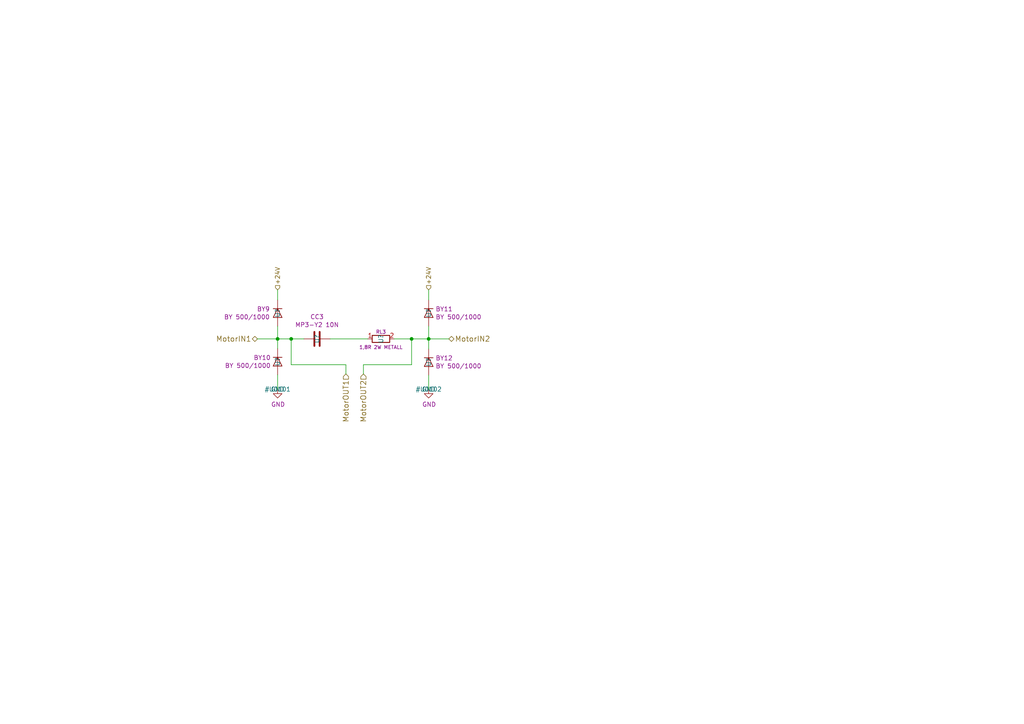
<source format=kicad_sch>
(kicad_sch (version 20200608) (host eeschema "(5.99.0-1946-g60915fbc7)")
  (page 5 33)
  (paper "A4")
  (title_block (title "Ardumower shield SVN Version") (date "2017-04-13") (rev "1.3") (company "ML AG JL UZ") (comment 1 "Motordriverschutz von JürgenL"))
  (lib_symbols
    (symbol "ardumower-mega-shield-svn-rescue:C-RESCUE-ardumower_mega_shield_svn" (pin_numbers hide) (pin_names (offset 0.254))
      (property "Referenz" "C" (at 0.635 2.54 0))
      (property "Wert" "C-RESCUE-ardumower_mega_shield_svn" (at 0.635 -2.54 0))
      (symbol "C-RESCUE-ardumower_mega_shield_svn_0_1"
        (polyline (pts (xy -2.032 -0.762) (xy 2.032 -0.762)) (stroke (width 0.508)))
        (polyline (pts (xy -2.032 0.762) (xy 2.032 0.762)) (stroke (width 0.508)))
      )
      (symbol "C-RESCUE-ardumower_mega_shield_svn_1_1"
        (pin passive line (at 0 3.81 270) (length 2.794) (name "~") (number "1"))
        (pin passive line (at 0 -3.81 90) (length 2.794) (name "~") (number "2"))
      )
    )
    (symbol "ardumower-mega-shield-svn-rescue:D-RESCUE-ardumower_mega_shield_svn" (pin_numbers hide) (pin_names hide)
      (property "Referenz" "D" (at 0 2.54 0))
      (property "Wert" "D-RESCUE-ardumower_mega_shield_svn" (at 0 -2.54 0))
      (symbol "D-RESCUE-ardumower_mega_shield_svn_0_1"
        (polyline (pts (xy -1.27 1.27) (xy -1.27 -1.27)) (stroke (width 0.2032)))
        (polyline (pts (xy 1.27 0) (xy -1.27 0)))
        (polyline (pts (xy 1.27 1.27) (xy 1.27 -1.27) (xy -1.27 0) (xy 1.27 1.27)) (stroke (width 0.2032)))
      )
      (symbol "D-RESCUE-ardumower_mega_shield_svn_1_1"
        (pin passive line (at -3.81 0 0) (length 2.54) (name "K") (number "1"))
        (pin passive line (at 3.81 0 180) (length 2.54) (name "A") (number "2"))
      )
    )
    (symbol "ardumower-mega-shield-svn-rescue:GND-RESCUE-ardumower_mega_shield_svn" (power) (pin_names (offset 0))
      (property "Wert" "GND-RESCUE-ardumower_mega_shield_svn" (at 0 -3.81 0))
      (symbol "GND-RESCUE-ardumower_mega_shield_svn_0_1"
        (polyline (pts (xy 0 0) (xy 0 -1.27) (xy 1.27 -1.27) (xy 0 -2.54) (xy -1.27 -1.27) (xy 0 -1.27)))
      )
      (symbol "GND-RESCUE-ardumower_mega_shield_svn_1_1"
        (pin power_in line (at 0 0 270) (length 0) hide (name "GND") (number "1"))
      )
    )
    (symbol "ardumower-mega-shield-svn-rescue:R-RESCUE-ardumower_mega_shield_svn" (pin_names (offset 0))
      (property "Referenz" "R" (at 2.032 0 90))
      (property "Wert" "R-RESCUE-ardumower_mega_shield_svn" (at 0 0 90))
      (symbol "R-RESCUE-ardumower_mega_shield_svn_0_1"
        (rectangle (start -1.016 -2.54) (end 1.016 2.54) (stroke (width 0.254)))
      )
      (symbol "R-RESCUE-ardumower_mega_shield_svn_1_1"
        (pin passive line (at 0 3.81 270) (length 1.27) (name "~") (number "1"))
        (pin passive line (at 0 -3.81 90) (length 1.27) (name "~") (number "2"))
      )
    )
  )
  (junction (at 80.518 98.298))
  (junction (at 84.455 98.298))
  (junction (at 119.38 98.298))
  (junction (at 124.333 98.298))
  (wire (pts (xy 74.676 98.298) (xy 80.518 98.298)))
  (wire (pts (xy 80.518 84.074) (xy 80.518 86.995)))
  (wire (pts (xy 80.518 94.615) (xy 80.518 98.298)))
  (wire (pts (xy 80.518 98.298) (xy 80.518 101.092)))
  (wire (pts (xy 80.518 98.298) (xy 84.455 98.298)))
  (wire (pts (xy 80.518 108.712) (xy 80.518 112.903)))
  (wire (pts (xy 84.455 98.298) (xy 88.138 98.298)))
  (wire (pts (xy 84.455 105.791) (xy 84.455 98.298)))
  (wire (pts (xy 95.758 98.298) (xy 106.68 98.298)))
  (wire (pts (xy 100.33 105.791) (xy 84.455 105.791)))
  (wire (pts (xy 100.33 105.791) (xy 100.33 108.458)))
  (wire (pts (xy 105.41 105.791) (xy 105.41 108.458)))
  (wire (pts (xy 105.41 105.791) (xy 119.38 105.791)))
  (wire (pts (xy 114.3 98.298) (xy 119.38 98.298)))
  (wire (pts (xy 119.38 98.298) (xy 124.333 98.298)))
  (wire (pts (xy 119.38 105.791) (xy 119.38 98.298)))
  (wire (pts (xy 124.333 84.074) (xy 124.333 86.995)))
  (wire (pts (xy 124.333 94.615) (xy 124.333 98.298)))
  (wire (pts (xy 124.333 98.298) (xy 124.333 101.219)))
  (wire (pts (xy 124.333 98.298) (xy 130.175 98.298)))
  (wire (pts (xy 124.333 108.839) (xy 124.333 112.903)))
  (hierarchical_label "MotorIN1" (shape bidirectional) (at 74.676 98.298 180) (effects (font (size 1.524 1.524))))
  (hierarchical_label "+24V" (shape input) (at 80.518 84.074 90))
  (hierarchical_label "MotorOUT1" (shape input) (at 100.33 108.458 270) (effects (font (size 1.524 1.524))))
  (hierarchical_label "MotorOUT2" (shape input) (at 105.41 108.458 270) (effects (font (size 1.524 1.524))))
  (hierarchical_label "+24V" (shape input) (at 124.333 84.074 90))
  (hierarchical_label "MotorIN2" (shape bidirectional) (at 130.175 98.298 0) (effects (font (size 1.524 1.524))))
  (symbol (lib_id "ardumower-mega-shield-svn-rescue:GND-RESCUE-ardumower_mega_shield_svn") (at 80.518 112.903 0) (unit 1)
    (property "Referenz" "#PWR028" (effects hide))
    (property "Wert" "GND" (at 80.645 117.2972 0))
  )
  (symbol (lib_id "ardumower-mega-shield-svn-rescue:GND-RESCUE-ardumower_mega_shield_svn") (at 124.333 112.903 0) (unit 1)
    (property "Referenz" "#PWR027" (effects hide))
    (property "Wert" "GND" (at 124.46 117.2972 0))
  )
  (symbol (lib_id "ardumower-mega-shield-svn-rescue:R-RESCUE-ardumower_mega_shield_svn") (at 110.49 98.298 90) (unit 1)
    (property "Referenz" "RL3" (at 110.49 96.266 90) (effects (font (size 1.016 1.016))))
    (property "Wert" "1,8R 2W METALL" (at 110.49 100.711 90) (effects (font (size 1.016 1.016))))
    (property "Footprint" "Zimprich:Resistor_Horizontal_RM25mm-2W" (effects hide))
    (property "Datenblatt" "https://www.reichelt.de/2W-METALL-1-8/3/index.html?&ACTION=3&LA=446&ARTICLE=2309&artnr=2W+METALL+1%2C8&SEARCH=2W+METALL+1%2C8" (effects hide))
    (property "Bestellnummer" "R: 2W METALL 1,8" (effects hide))
    (property "Technische Daten" "Metalloxidschicht-Widerstand 2W, 5% 1,8 Ohm" (effects hide))
  )
  (symbol (lib_id "ardumower-mega-shield-svn-rescue:D-RESCUE-ardumower_mega_shield_svn") (at 80.518 90.805 270) (unit 1)
    (property "Referenz" "BY9" (at 78.2828 89.6366 90) (effects (justify right)))
    (property "Wert" "BY 500/1000" (at 78.2828 91.948 90) (effects (justify right)))
    (property "Footprint" "Zimprich:Diode_liegend_BY500_1000_RM15" (effects hide))
    (property "Datenblatt" "https://www.reichelt.de/BY-500-1000/3/index.html?&ACTION=3&LA=446&ARTICLE=6337&artnr=BY+500%2F1000&SEARCH=BY+500%2F1000" (effects hide))
    (property "Gehäuseart" "Value" (effects hide))
    (property "Bestelllink" "https://www.reichelt.de/BY-500-1000/3/index.html?&ACTION=3&LA=446&ARTICLE=6337&artnr=BY+500%2F1000&SEARCH=BY+500%2F1000" (effects hide))
    (property "Technische Daten" "Fast-Recovery-Gleichr.-Diode, DO201, 1000V, 5A" (effects hide))
    (property "Bestellnummer" "R: BY 500/1000" (effects hide))
    (property "Bauform" "DO-201" (effects hide))
  )
  (symbol (lib_id "ardumower-mega-shield-svn-rescue:D-RESCUE-ardumower_mega_shield_svn") (at 80.518 104.902 90) (mirror x) (unit 1)
    (property "Referenz" "BY10" (at 78.5368 103.7336 90) (effects (justify left)))
    (property "Wert" "BY 500/1000" (at 78.5368 106.045 90) (effects (justify left)))
    (property "Footprint" "Zimprich:Diode_liegend_BY500_1000_RM15" (effects hide))
    (property "Datenblatt" "https://www.reichelt.de/BY-500-1000/3/index.html?&ACTION=3&LA=446&ARTICLE=6337&artnr=BY+500%2F1000&SEARCH=BY+500%2F1000" (effects hide))
    (property "Gehäuseart" "Value" (effects hide))
    (property "Bestelllink" "https://www.reichelt.de/BY-500-1000/3/index.html?&ACTION=3&LA=446&ARTICLE=6337&artnr=BY+500%2F1000&SEARCH=BY+500%2F1000" (effects hide))
    (property "Technische Daten" "Fast-Recovery-Gleichr.-Diode, DO201, 1000V, 5A" (effects hide))
    (property "Bestellnummer" "R: BY 500/1000" (effects hide))
    (property "Bauform" "DO-201" (effects hide))
  )
  (symbol (lib_id "ardumower-mega-shield-svn-rescue:D-RESCUE-ardumower_mega_shield_svn") (at 124.333 90.805 270) (unit 1)
    (property "Referenz" "BY11" (at 126.3142 89.6366 90) (effects (justify left)))
    (property "Wert" "BY 500/1000" (at 126.3142 91.948 90) (effects (justify left)))
    (property "Footprint" "Zimprich:Diode_liegend_BY500_1000_RM15" (effects hide))
    (property "Datenblatt" "https://www.reichelt.de/BY-500-1000/3/index.html?&ACTION=3&LA=446&ARTICLE=6337&artnr=BY+500%2F1000&SEARCH=BY+500%2F1000" (effects hide))
    (property "Gehäuseart" "Value" (effects hide))
    (property "Bestelllink" "https://www.reichelt.de/BY-500-1000/3/index.html?&ACTION=3&LA=446&ARTICLE=6337&artnr=BY+500%2F1000&SEARCH=BY+500%2F1000" (effects hide))
    (property "Technische Daten" "Fast-Recovery-Gleichr.-Diode, DO201, 1000V, 5A" (effects hide))
    (property "Bestellnummer" "R: BY 500/1000" (effects hide))
    (property "Bauform" "DO-201" (effects hide))
  )
  (symbol (lib_id "ardumower-mega-shield-svn-rescue:D-RESCUE-ardumower_mega_shield_svn") (at 124.333 105.029 270) (unit 1)
    (property "Referenz" "BY12" (at 126.3142 103.8606 90) (effects (justify left)))
    (property "Wert" "BY 500/1000" (at 126.3142 106.172 90) (effects (justify left)))
    (property "Footprint" "Zimprich:Diode_liegend_BY500_1000_RM15" (effects hide))
    (property "Datenblatt" "https://www.reichelt.de/BY-500-1000/3/index.html?&ACTION=3&LA=446&ARTICLE=6337&artnr=BY+500%2F1000&SEARCH=BY+500%2F1000" (effects hide))
    (property "Gehäuseart" "Value" (effects hide))
    (property "Bestelllink" "https://www.reichelt.de/BY-500-1000/3/index.html?&ACTION=3&LA=446&ARTICLE=6337&artnr=BY+500%2F1000&SEARCH=BY+500%2F1000" (effects hide))
    (property "Technische Daten" "Fast-Recovery-Gleichr.-Diode, DO201, 1000V, 5A" (effects hide))
    (property "Bestellnummer" "R: BY 500/1000" (effects hide))
    (property "Bauform" "DO-201" (effects hide))
  )
  (symbol (lib_id "ardumower-mega-shield-svn-rescue:C-RESCUE-ardumower_mega_shield_svn") (at 91.948 98.298 90) (unit 1)
    (property "Referenz" "CC3" (at 91.948 91.8972 90))
    (property "Wert" "MP3-Y2 10N" (at 91.948 94.2086 90))
    (property "Footprint" "Zimprich:Kondensator_cnp_18x5mm" (effects hide))
    (property "Datenblatt" "https://www.reichelt.de/MP3-Y2-10N/3/index.html?&ACTION=3&LA=446&ARTICLE=32025&artnr=MP3-Y2+10N&SEARCH=MP3-Y2+10N" (effects hide))
    (property "Gehäuseart" "Rastermass 15mm" (effects hide))
    (property "Bestelllink" "R: MP3-Y2 10N" (effects hide))
    (property "Technische Daten" "IMA, Funk-Entstörkondensator, Klasse Y2" (effects hide))
  )
)
</source>
